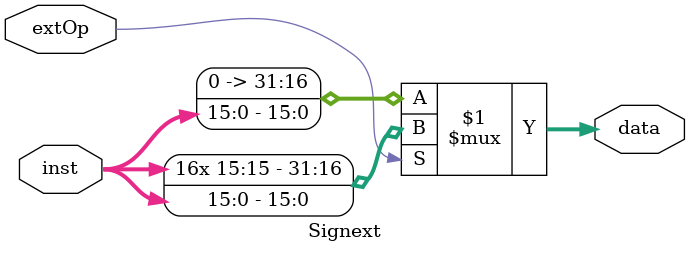
<source format=v>
`timescale 1ns / 1ps


module Signext(
    input extOp,
    input [15:0] inst,
    output [31:0] data
    );

    assign data = extOp ? {{16{inst[15]}}, inst} : {{16{1'b0}}, inst};
endmodule

</source>
